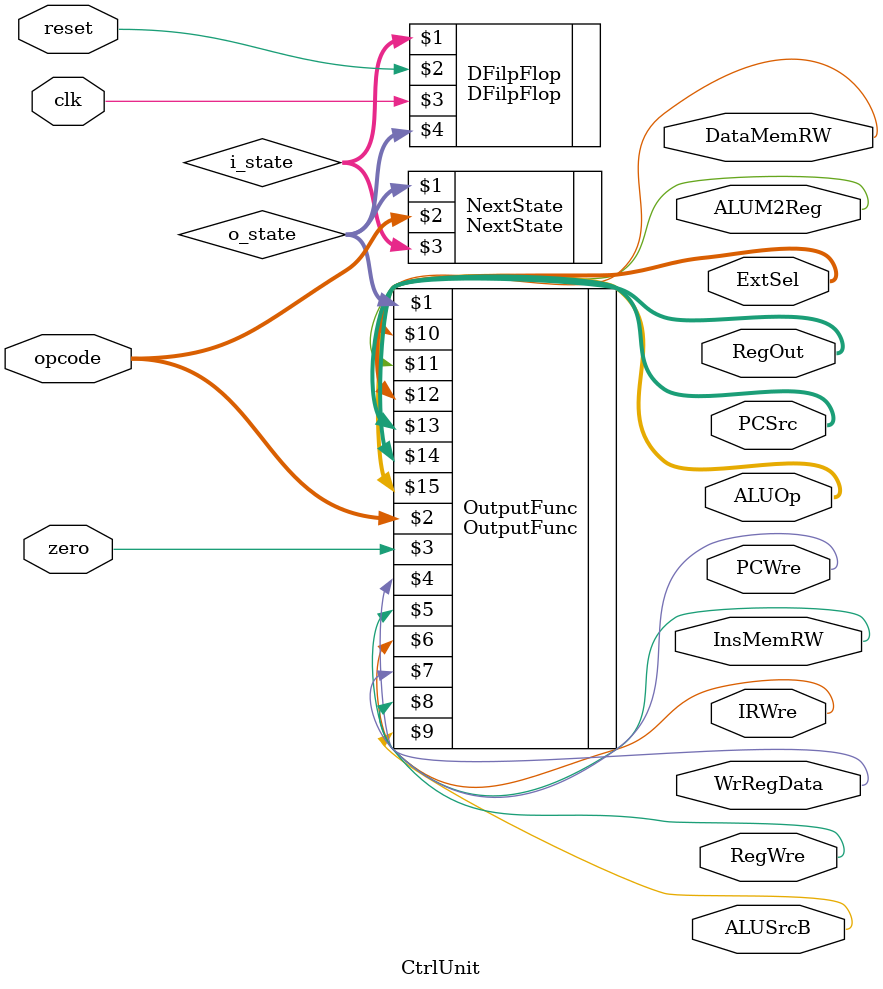
<source format=v>
`timescale 1ns / 1ps
module CtrlUnit(opcode, clk, reset, zero, PCWre, InsMemRW, IRWre, WrRegData, RegWre, ALUSrcB, DataMemRW, ALUM2Reg, ExtSel, RegOut, PCSrc, ALUOp);
	input [5:0]opcode;
	input zero, clk, reset;
	output PCWre, InsMemRW, IRWre, WrRegData, RegWre, ALUSrcB, DataMemRW, ALUM2Reg;
	output [1:0]ExtSel, RegOut, PCSrc;
	output [2:0]ALUOp;
	
	wire [2:0]i_state, o_state;
	
	DFilpFlop DFilpFlop(i_state, reset, clk, o_state);
	NextState NextState(o_state, opcode, i_state);
	OutputFunc OutputFunc(o_state, opcode, zero, PCWre, InsMemRW, IRWre, WrRegData, RegWre, ALUSrcB, DataMemRW, ALUM2Reg, ExtSel, RegOut, PCSrc, ALUOp);

endmodule

</source>
